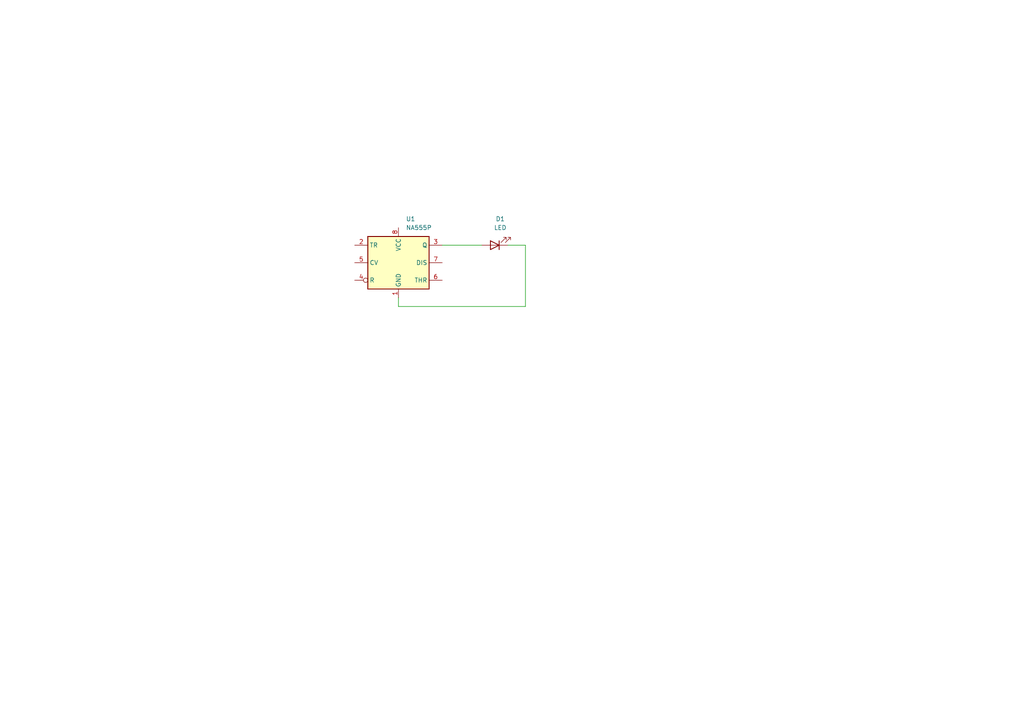
<source format=kicad_sch>
(kicad_sch (version 20250114) (generator "eeschema") (generator_version "9.0")
  (paper "A4")
  (lib_symbols
    (symbol "Device:LED" (pin_numbers (hide yes)) (pin_names (offset 1.016) (hide yes))
      (property "Reference" "D" (at 0 2.54 0))
      (property "Value" "LED" (at 0 -2.54 0))
      (symbol "LED_0_1"
        (polyline (pts (xy -3.048 -0.762) (xy -4.572 -2.286) (xy -3.81 -2.286) (xy -4.572 -2.286) (xy -4.572 -1.524)))
        (polyline (pts (xy -1.778 -0.762) (xy -3.302 -2.286) (xy -2.54 -2.286) (xy -3.302 -2.286) (xy -3.302 -1.524)))
        (polyline (pts (xy -1.27 0) (xy 1.27 0)))
        (polyline (pts (xy -1.27 -1.27) (xy -1.27 1.27)) (stroke (width 0.254)))
        (polyline (pts (xy 1.27 -1.27) (xy 1.27 1.27) (xy -1.27 0) (xy 1.27 -1.27)) (stroke (width 0.254)))
      )
      (symbol "LED_1_1"
        (pin passive line (at -3.81 0 0) (length 2.54) (name "K") (number "1"))
        (pin passive line (at 3.81 0 180) (length 2.54) (name "A") (number "2"))
      )
    )
    (symbol "Timer:NA555P"
      (property "Reference" "U" (at -10.16 8.89 0))
      (property "Value" "NA555P" (at 2.54 8.89 0))
      (symbol "NA555P_0_0"
        (pin power_in line (at 0 10.16 270) (length 2.54) (name "VCC") (number "8"))
        (pin power_in line (at 0 -10.16 90) (length 2.54) (name "GND") (number "1"))
      )
      (symbol "NA555P_0_1"
        (rectangle (start -8.89 -7.62) (end 8.89 7.62) (stroke (width 0.254)) (fill (type background)))
        (rectangle (start -8.89 -7.62) (end 8.89 7.62) (stroke (width 0.254)) (fill (type background)))
      )
      (symbol "NA555P_1_1"
        (pin input line (at -12.7 5.08 0) (length 3.81) (name "TR") (number "2"))
        (pin input line (at -12.7 0 0) (length 3.81) (name "CV") (number "5"))
        (pin input inverted (at -12.7 -5.08 0) (length 3.81) (name "R") (number "4"))
        (pin output line (at 12.7 5.08 180) (length 3.81) (name "Q") (number "3"))
        (pin input line (at 12.7 0 180) (length 3.81) (name "DIS") (number "7"))
        (pin input line (at 12.7 -5.08 180) (length 3.81) (name "THR") (number "6"))
      )
    )
  )
  (wire (pts (xy 152.4 71.12) (xy 152.4 88.9)))
  (wire (pts (xy 152.4 71.12) (xy 147.32 71.12)))
  (wire (pts (xy 128.27 71.12) (xy 139.7 71.12)))
  (wire (pts (xy 152.4 88.9) (xy 115.57 88.9)))
  (wire (pts (xy 115.57 88.9) (xy 115.57 86.36)))
  (symbol (lib_id "Device:LED") (at 143.51 71.12 180) (unit 1)
    (property "Reference" "D1" (at 145.0975 63.5 0))
    (property "Value" "LED" (at 145.0975 66.04 0))
    (property "Footprint" "LED_THT:LED_D3.0mm" (effects (hide yes)))
    (property "Description" "Light emitting diode" (effects (hide yes)))
    (property "Sim.Pins" "1=K 2=A" (effects (hide yes)))
  )
  (symbol (lib_id "Timer:NA555P") (at 115.57 76.2 0) (unit 1)
    (property "Reference" "U1" (at 117.7133 63.5 0) (effects (justify left)))
    (property "Value" "NA555P" (at 117.7133 66.04 0) (effects (justify left)))
    (property "Footprint" "Package_DIP:DIP-8_W7.62mm" (effects (hide yes)))
    (property "Datasheet" "http://www.ti.com/lit/ds/symlink/ne555.pdf" (effects (hide yes)))
    (property "Description" "Precision Timers, 555 compatible, PDIP-8" (effects (hide yes)))
  )
)
</source>
